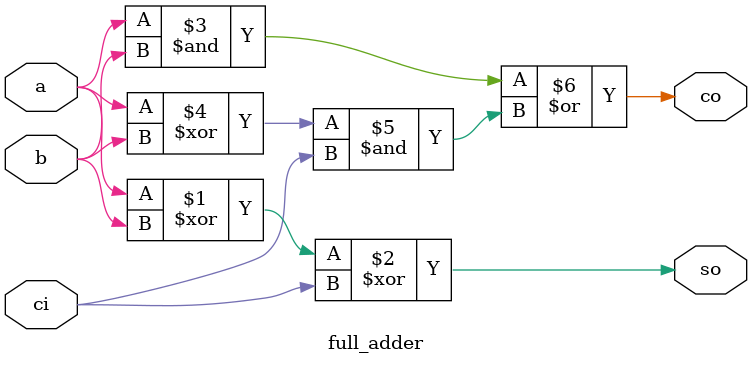
<source format=v>
 module full_adder (
	input a, b, ci,
	output so, co
 );
 
 // 由真值表化简列逻辑表达式
 assign so = a ^ b ^ ci;
 assign co = (a & b) | ((a ^ b) & ci);
 
 endmodule
 
</source>
